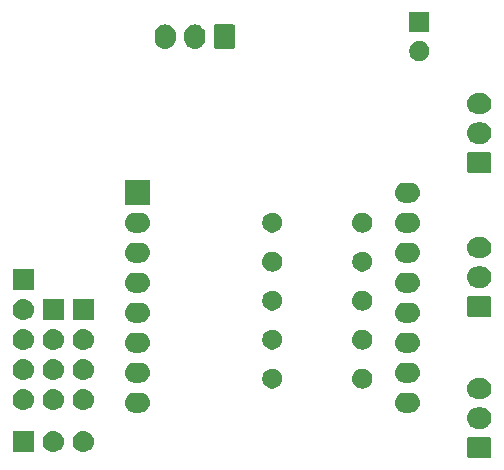
<source format=gbs>
G04 #@! TF.GenerationSoftware,KiCad,Pcbnew,5.1.4-e60b266~84~ubuntu18.04.1*
G04 #@! TF.CreationDate,2019-09-03T20:05:05+02:00*
G04 #@! TF.ProjectId,multisensor,6d756c74-6973-4656-9e73-6f722e6b6963,rev?*
G04 #@! TF.SameCoordinates,Original*
G04 #@! TF.FileFunction,Soldermask,Bot*
G04 #@! TF.FilePolarity,Negative*
%FSLAX46Y46*%
G04 Gerber Fmt 4.6, Leading zero omitted, Abs format (unit mm)*
G04 Created by KiCad (PCBNEW 5.1.4-e60b266~84~ubuntu18.04.1) date 2019-09-03 20:05:05*
%MOMM*%
%LPD*%
G04 APERTURE LIST*
%ADD10C,0.100000*%
G04 APERTURE END LIST*
D10*
G36*
X83179600Y-70222989D02*
G01*
X83212652Y-70233015D01*
X83243103Y-70249292D01*
X83269799Y-70271201D01*
X83291708Y-70297897D01*
X83307985Y-70328348D01*
X83318011Y-70361400D01*
X83322000Y-70401903D01*
X83322000Y-71838097D01*
X83318011Y-71878600D01*
X83307985Y-71911652D01*
X83291708Y-71942103D01*
X83269799Y-71968799D01*
X83243103Y-71990708D01*
X83212652Y-72006985D01*
X83179600Y-72017011D01*
X83139097Y-72021000D01*
X81452903Y-72021000D01*
X81412400Y-72017011D01*
X81379348Y-72006985D01*
X81348897Y-71990708D01*
X81322201Y-71968799D01*
X81300292Y-71942103D01*
X81284015Y-71911652D01*
X81273989Y-71878600D01*
X81270000Y-71838097D01*
X81270000Y-70401903D01*
X81273989Y-70361400D01*
X81284015Y-70328348D01*
X81300292Y-70297897D01*
X81322201Y-70271201D01*
X81348897Y-70249292D01*
X81379348Y-70233015D01*
X81412400Y-70222989D01*
X81452903Y-70219000D01*
X83139097Y-70219000D01*
X83179600Y-70222989D01*
X83179600Y-70222989D01*
G37*
G36*
X48878442Y-69717518D02*
G01*
X48944627Y-69724037D01*
X49114466Y-69775557D01*
X49270991Y-69859222D01*
X49306729Y-69888552D01*
X49408186Y-69971814D01*
X49491448Y-70073271D01*
X49520778Y-70109009D01*
X49604443Y-70265534D01*
X49655963Y-70435373D01*
X49673359Y-70612000D01*
X49655963Y-70788627D01*
X49604443Y-70958466D01*
X49520778Y-71114991D01*
X49491448Y-71150729D01*
X49408186Y-71252186D01*
X49306729Y-71335448D01*
X49270991Y-71364778D01*
X49114466Y-71448443D01*
X48944627Y-71499963D01*
X48878443Y-71506481D01*
X48812260Y-71513000D01*
X48723740Y-71513000D01*
X48657557Y-71506481D01*
X48591373Y-71499963D01*
X48421534Y-71448443D01*
X48265009Y-71364778D01*
X48229271Y-71335448D01*
X48127814Y-71252186D01*
X48044552Y-71150729D01*
X48015222Y-71114991D01*
X47931557Y-70958466D01*
X47880037Y-70788627D01*
X47862641Y-70612000D01*
X47880037Y-70435373D01*
X47931557Y-70265534D01*
X48015222Y-70109009D01*
X48044552Y-70073271D01*
X48127814Y-69971814D01*
X48229271Y-69888552D01*
X48265009Y-69859222D01*
X48421534Y-69775557D01*
X48591373Y-69724037D01*
X48657558Y-69717518D01*
X48723740Y-69711000D01*
X48812260Y-69711000D01*
X48878442Y-69717518D01*
X48878442Y-69717518D01*
G37*
G36*
X44589000Y-71513000D02*
G01*
X42787000Y-71513000D01*
X42787000Y-69711000D01*
X44589000Y-69711000D01*
X44589000Y-71513000D01*
X44589000Y-71513000D01*
G37*
G36*
X46338442Y-69717518D02*
G01*
X46404627Y-69724037D01*
X46574466Y-69775557D01*
X46730991Y-69859222D01*
X46766729Y-69888552D01*
X46868186Y-69971814D01*
X46951448Y-70073271D01*
X46980778Y-70109009D01*
X47064443Y-70265534D01*
X47115963Y-70435373D01*
X47133359Y-70612000D01*
X47115963Y-70788627D01*
X47064443Y-70958466D01*
X46980778Y-71114991D01*
X46951448Y-71150729D01*
X46868186Y-71252186D01*
X46766729Y-71335448D01*
X46730991Y-71364778D01*
X46574466Y-71448443D01*
X46404627Y-71499963D01*
X46338443Y-71506481D01*
X46272260Y-71513000D01*
X46183740Y-71513000D01*
X46117557Y-71506481D01*
X46051373Y-71499963D01*
X45881534Y-71448443D01*
X45725009Y-71364778D01*
X45689271Y-71335448D01*
X45587814Y-71252186D01*
X45504552Y-71150729D01*
X45475222Y-71114991D01*
X45391557Y-70958466D01*
X45340037Y-70788627D01*
X45322641Y-70612000D01*
X45340037Y-70435373D01*
X45391557Y-70265534D01*
X45475222Y-70109009D01*
X45504552Y-70073271D01*
X45587814Y-69971814D01*
X45689271Y-69888552D01*
X45725009Y-69859222D01*
X45881534Y-69775557D01*
X46051373Y-69724037D01*
X46117558Y-69717518D01*
X46183740Y-69711000D01*
X46272260Y-69711000D01*
X46338442Y-69717518D01*
X46338442Y-69717518D01*
G37*
G36*
X82531442Y-67725518D02*
G01*
X82597627Y-67732037D01*
X82767466Y-67783557D01*
X82923991Y-67867222D01*
X82954721Y-67892442D01*
X83061186Y-67979814D01*
X83144448Y-68081271D01*
X83173778Y-68117009D01*
X83257443Y-68273534D01*
X83308963Y-68443373D01*
X83326359Y-68620000D01*
X83308963Y-68796627D01*
X83257443Y-68966466D01*
X83173778Y-69122991D01*
X83144448Y-69158729D01*
X83061186Y-69260186D01*
X82959729Y-69343448D01*
X82923991Y-69372778D01*
X82767466Y-69456443D01*
X82597627Y-69507963D01*
X82531442Y-69514482D01*
X82465260Y-69521000D01*
X82126740Y-69521000D01*
X82060558Y-69514482D01*
X81994373Y-69507963D01*
X81824534Y-69456443D01*
X81668009Y-69372778D01*
X81632271Y-69343448D01*
X81530814Y-69260186D01*
X81447552Y-69158729D01*
X81418222Y-69122991D01*
X81334557Y-68966466D01*
X81283037Y-68796627D01*
X81265641Y-68620000D01*
X81283037Y-68443373D01*
X81334557Y-68273534D01*
X81418222Y-68117009D01*
X81447552Y-68081271D01*
X81530814Y-67979814D01*
X81637279Y-67892442D01*
X81668009Y-67867222D01*
X81824534Y-67783557D01*
X81994373Y-67732037D01*
X82060558Y-67725518D01*
X82126740Y-67719000D01*
X82465260Y-67719000D01*
X82531442Y-67725518D01*
X82531442Y-67725518D01*
G37*
G36*
X53706823Y-66471313D02*
G01*
X53867242Y-66519976D01*
X53999906Y-66590886D01*
X54015078Y-66598996D01*
X54144659Y-66705341D01*
X54251004Y-66834922D01*
X54251005Y-66834924D01*
X54330024Y-66982758D01*
X54378687Y-67143177D01*
X54395117Y-67310000D01*
X54378687Y-67476823D01*
X54330024Y-67637242D01*
X54286323Y-67719000D01*
X54251004Y-67785078D01*
X54144659Y-67914659D01*
X54015078Y-68021004D01*
X54015076Y-68021005D01*
X53867242Y-68100024D01*
X53706823Y-68148687D01*
X53581804Y-68161000D01*
X53098196Y-68161000D01*
X52973177Y-68148687D01*
X52812758Y-68100024D01*
X52664924Y-68021005D01*
X52664922Y-68021004D01*
X52535341Y-67914659D01*
X52428996Y-67785078D01*
X52393677Y-67719000D01*
X52349976Y-67637242D01*
X52301313Y-67476823D01*
X52284883Y-67310000D01*
X52301313Y-67143177D01*
X52349976Y-66982758D01*
X52428995Y-66834924D01*
X52428996Y-66834922D01*
X52535341Y-66705341D01*
X52664922Y-66598996D01*
X52680094Y-66590886D01*
X52812758Y-66519976D01*
X52973177Y-66471313D01*
X53098196Y-66459000D01*
X53581804Y-66459000D01*
X53706823Y-66471313D01*
X53706823Y-66471313D01*
G37*
G36*
X76566823Y-66471313D02*
G01*
X76727242Y-66519976D01*
X76859906Y-66590886D01*
X76875078Y-66598996D01*
X77004659Y-66705341D01*
X77111004Y-66834922D01*
X77111005Y-66834924D01*
X77190024Y-66982758D01*
X77238687Y-67143177D01*
X77255117Y-67310000D01*
X77238687Y-67476823D01*
X77190024Y-67637242D01*
X77146323Y-67719000D01*
X77111004Y-67785078D01*
X77004659Y-67914659D01*
X76875078Y-68021004D01*
X76875076Y-68021005D01*
X76727242Y-68100024D01*
X76566823Y-68148687D01*
X76441804Y-68161000D01*
X75958196Y-68161000D01*
X75833177Y-68148687D01*
X75672758Y-68100024D01*
X75524924Y-68021005D01*
X75524922Y-68021004D01*
X75395341Y-67914659D01*
X75288996Y-67785078D01*
X75253677Y-67719000D01*
X75209976Y-67637242D01*
X75161313Y-67476823D01*
X75144883Y-67310000D01*
X75161313Y-67143177D01*
X75209976Y-66982758D01*
X75288995Y-66834924D01*
X75288996Y-66834922D01*
X75395341Y-66705341D01*
X75524922Y-66598996D01*
X75540094Y-66590886D01*
X75672758Y-66519976D01*
X75833177Y-66471313D01*
X75958196Y-66459000D01*
X76441804Y-66459000D01*
X76566823Y-66471313D01*
X76566823Y-66471313D01*
G37*
G36*
X48878442Y-66161518D02*
G01*
X48944627Y-66168037D01*
X49114466Y-66219557D01*
X49270991Y-66303222D01*
X49306729Y-66332552D01*
X49408186Y-66415814D01*
X49491448Y-66517271D01*
X49520778Y-66553009D01*
X49604443Y-66709534D01*
X49655963Y-66879373D01*
X49673359Y-67056000D01*
X49655963Y-67232627D01*
X49604443Y-67402466D01*
X49520778Y-67558991D01*
X49491448Y-67594729D01*
X49408186Y-67696186D01*
X49306729Y-67779448D01*
X49270991Y-67808778D01*
X49114466Y-67892443D01*
X48944627Y-67943963D01*
X48878442Y-67950482D01*
X48812260Y-67957000D01*
X48723740Y-67957000D01*
X48657558Y-67950482D01*
X48591373Y-67943963D01*
X48421534Y-67892443D01*
X48265009Y-67808778D01*
X48229271Y-67779448D01*
X48127814Y-67696186D01*
X48044552Y-67594729D01*
X48015222Y-67558991D01*
X47931557Y-67402466D01*
X47880037Y-67232627D01*
X47862641Y-67056000D01*
X47880037Y-66879373D01*
X47931557Y-66709534D01*
X48015222Y-66553009D01*
X48044552Y-66517271D01*
X48127814Y-66415814D01*
X48229271Y-66332552D01*
X48265009Y-66303222D01*
X48421534Y-66219557D01*
X48591373Y-66168037D01*
X48657558Y-66161518D01*
X48723740Y-66155000D01*
X48812260Y-66155000D01*
X48878442Y-66161518D01*
X48878442Y-66161518D01*
G37*
G36*
X43798442Y-66161518D02*
G01*
X43864627Y-66168037D01*
X44034466Y-66219557D01*
X44190991Y-66303222D01*
X44226729Y-66332552D01*
X44328186Y-66415814D01*
X44411448Y-66517271D01*
X44440778Y-66553009D01*
X44524443Y-66709534D01*
X44575963Y-66879373D01*
X44593359Y-67056000D01*
X44575963Y-67232627D01*
X44524443Y-67402466D01*
X44440778Y-67558991D01*
X44411448Y-67594729D01*
X44328186Y-67696186D01*
X44226729Y-67779448D01*
X44190991Y-67808778D01*
X44034466Y-67892443D01*
X43864627Y-67943963D01*
X43798442Y-67950482D01*
X43732260Y-67957000D01*
X43643740Y-67957000D01*
X43577558Y-67950482D01*
X43511373Y-67943963D01*
X43341534Y-67892443D01*
X43185009Y-67808778D01*
X43149271Y-67779448D01*
X43047814Y-67696186D01*
X42964552Y-67594729D01*
X42935222Y-67558991D01*
X42851557Y-67402466D01*
X42800037Y-67232627D01*
X42782641Y-67056000D01*
X42800037Y-66879373D01*
X42851557Y-66709534D01*
X42935222Y-66553009D01*
X42964552Y-66517271D01*
X43047814Y-66415814D01*
X43149271Y-66332552D01*
X43185009Y-66303222D01*
X43341534Y-66219557D01*
X43511373Y-66168037D01*
X43577558Y-66161518D01*
X43643740Y-66155000D01*
X43732260Y-66155000D01*
X43798442Y-66161518D01*
X43798442Y-66161518D01*
G37*
G36*
X46338442Y-66161518D02*
G01*
X46404627Y-66168037D01*
X46574466Y-66219557D01*
X46730991Y-66303222D01*
X46766729Y-66332552D01*
X46868186Y-66415814D01*
X46951448Y-66517271D01*
X46980778Y-66553009D01*
X47064443Y-66709534D01*
X47115963Y-66879373D01*
X47133359Y-67056000D01*
X47115963Y-67232627D01*
X47064443Y-67402466D01*
X46980778Y-67558991D01*
X46951448Y-67594729D01*
X46868186Y-67696186D01*
X46766729Y-67779448D01*
X46730991Y-67808778D01*
X46574466Y-67892443D01*
X46404627Y-67943963D01*
X46338442Y-67950482D01*
X46272260Y-67957000D01*
X46183740Y-67957000D01*
X46117558Y-67950482D01*
X46051373Y-67943963D01*
X45881534Y-67892443D01*
X45725009Y-67808778D01*
X45689271Y-67779448D01*
X45587814Y-67696186D01*
X45504552Y-67594729D01*
X45475222Y-67558991D01*
X45391557Y-67402466D01*
X45340037Y-67232627D01*
X45322641Y-67056000D01*
X45340037Y-66879373D01*
X45391557Y-66709534D01*
X45475222Y-66553009D01*
X45504552Y-66517271D01*
X45587814Y-66415814D01*
X45689271Y-66332552D01*
X45725009Y-66303222D01*
X45881534Y-66219557D01*
X46051373Y-66168037D01*
X46117558Y-66161518D01*
X46183740Y-66155000D01*
X46272260Y-66155000D01*
X46338442Y-66161518D01*
X46338442Y-66161518D01*
G37*
G36*
X82531442Y-65225518D02*
G01*
X82597627Y-65232037D01*
X82767466Y-65283557D01*
X82923991Y-65367222D01*
X82959729Y-65396552D01*
X83061186Y-65479814D01*
X83127012Y-65560025D01*
X83173778Y-65617009D01*
X83257443Y-65773534D01*
X83308963Y-65943373D01*
X83326359Y-66120000D01*
X83308963Y-66296627D01*
X83257443Y-66466466D01*
X83173778Y-66622991D01*
X83144448Y-66658729D01*
X83061186Y-66760186D01*
X82970116Y-66834924D01*
X82923991Y-66872778D01*
X82767466Y-66956443D01*
X82597627Y-67007963D01*
X82531443Y-67014481D01*
X82465260Y-67021000D01*
X82126740Y-67021000D01*
X82060557Y-67014481D01*
X81994373Y-67007963D01*
X81824534Y-66956443D01*
X81668009Y-66872778D01*
X81621884Y-66834924D01*
X81530814Y-66760186D01*
X81447552Y-66658729D01*
X81418222Y-66622991D01*
X81334557Y-66466466D01*
X81283037Y-66296627D01*
X81265641Y-66120000D01*
X81283037Y-65943373D01*
X81334557Y-65773534D01*
X81418222Y-65617009D01*
X81464988Y-65560025D01*
X81530814Y-65479814D01*
X81632271Y-65396552D01*
X81668009Y-65367222D01*
X81824534Y-65283557D01*
X81994373Y-65232037D01*
X82060558Y-65225518D01*
X82126740Y-65219000D01*
X82465260Y-65219000D01*
X82531442Y-65225518D01*
X82531442Y-65225518D01*
G37*
G36*
X65018228Y-64459703D02*
G01*
X65173100Y-64523853D01*
X65312481Y-64616985D01*
X65431015Y-64735519D01*
X65524147Y-64874900D01*
X65588297Y-65029772D01*
X65621000Y-65194184D01*
X65621000Y-65361816D01*
X65588297Y-65526228D01*
X65524147Y-65681100D01*
X65431015Y-65820481D01*
X65312481Y-65939015D01*
X65173100Y-66032147D01*
X65018228Y-66096297D01*
X64853816Y-66129000D01*
X64686184Y-66129000D01*
X64521772Y-66096297D01*
X64366900Y-66032147D01*
X64227519Y-65939015D01*
X64108985Y-65820481D01*
X64015853Y-65681100D01*
X63951703Y-65526228D01*
X63919000Y-65361816D01*
X63919000Y-65194184D01*
X63951703Y-65029772D01*
X64015853Y-64874900D01*
X64108985Y-64735519D01*
X64227519Y-64616985D01*
X64366900Y-64523853D01*
X64521772Y-64459703D01*
X64686184Y-64427000D01*
X64853816Y-64427000D01*
X65018228Y-64459703D01*
X65018228Y-64459703D01*
G37*
G36*
X72556823Y-64439313D02*
G01*
X72717242Y-64487976D01*
X72784361Y-64523852D01*
X72865078Y-64566996D01*
X72994659Y-64673341D01*
X73101004Y-64802922D01*
X73101005Y-64802924D01*
X73180024Y-64950758D01*
X73228687Y-65111177D01*
X73245117Y-65278000D01*
X73228687Y-65444823D01*
X73180024Y-65605242D01*
X73139477Y-65681100D01*
X73101004Y-65753078D01*
X72994659Y-65882659D01*
X72865078Y-65989004D01*
X72865076Y-65989005D01*
X72717242Y-66068024D01*
X72556823Y-66116687D01*
X72431804Y-66129000D01*
X72348196Y-66129000D01*
X72223177Y-66116687D01*
X72062758Y-66068024D01*
X71914924Y-65989005D01*
X71914922Y-65989004D01*
X71785341Y-65882659D01*
X71678996Y-65753078D01*
X71640523Y-65681100D01*
X71599976Y-65605242D01*
X71551313Y-65444823D01*
X71534883Y-65278000D01*
X71551313Y-65111177D01*
X71599976Y-64950758D01*
X71678995Y-64802924D01*
X71678996Y-64802922D01*
X71785341Y-64673341D01*
X71914922Y-64566996D01*
X71995639Y-64523852D01*
X72062758Y-64487976D01*
X72223177Y-64439313D01*
X72348196Y-64427000D01*
X72431804Y-64427000D01*
X72556823Y-64439313D01*
X72556823Y-64439313D01*
G37*
G36*
X53706823Y-63931313D02*
G01*
X53867242Y-63979976D01*
X53999906Y-64050886D01*
X54015078Y-64058996D01*
X54144659Y-64165341D01*
X54251004Y-64294922D01*
X54251005Y-64294924D01*
X54330024Y-64442758D01*
X54378687Y-64603177D01*
X54395117Y-64770000D01*
X54378687Y-64936823D01*
X54330024Y-65097242D01*
X54278207Y-65194184D01*
X54251004Y-65245078D01*
X54144659Y-65374659D01*
X54015078Y-65481004D01*
X54015076Y-65481005D01*
X53867242Y-65560024D01*
X53706823Y-65608687D01*
X53581804Y-65621000D01*
X53098196Y-65621000D01*
X52973177Y-65608687D01*
X52812758Y-65560024D01*
X52664924Y-65481005D01*
X52664922Y-65481004D01*
X52535341Y-65374659D01*
X52428996Y-65245078D01*
X52401793Y-65194184D01*
X52349976Y-65097242D01*
X52301313Y-64936823D01*
X52284883Y-64770000D01*
X52301313Y-64603177D01*
X52349976Y-64442758D01*
X52428995Y-64294924D01*
X52428996Y-64294922D01*
X52535341Y-64165341D01*
X52664922Y-64058996D01*
X52680094Y-64050886D01*
X52812758Y-63979976D01*
X52973177Y-63931313D01*
X53098196Y-63919000D01*
X53581804Y-63919000D01*
X53706823Y-63931313D01*
X53706823Y-63931313D01*
G37*
G36*
X76566823Y-63931313D02*
G01*
X76727242Y-63979976D01*
X76859906Y-64050886D01*
X76875078Y-64058996D01*
X77004659Y-64165341D01*
X77111004Y-64294922D01*
X77111005Y-64294924D01*
X77190024Y-64442758D01*
X77238687Y-64603177D01*
X77255117Y-64770000D01*
X77238687Y-64936823D01*
X77190024Y-65097242D01*
X77138207Y-65194184D01*
X77111004Y-65245078D01*
X77004659Y-65374659D01*
X76875078Y-65481004D01*
X76875076Y-65481005D01*
X76727242Y-65560024D01*
X76566823Y-65608687D01*
X76441804Y-65621000D01*
X75958196Y-65621000D01*
X75833177Y-65608687D01*
X75672758Y-65560024D01*
X75524924Y-65481005D01*
X75524922Y-65481004D01*
X75395341Y-65374659D01*
X75288996Y-65245078D01*
X75261793Y-65194184D01*
X75209976Y-65097242D01*
X75161313Y-64936823D01*
X75144883Y-64770000D01*
X75161313Y-64603177D01*
X75209976Y-64442758D01*
X75288995Y-64294924D01*
X75288996Y-64294922D01*
X75395341Y-64165341D01*
X75524922Y-64058996D01*
X75540094Y-64050886D01*
X75672758Y-63979976D01*
X75833177Y-63931313D01*
X75958196Y-63919000D01*
X76441804Y-63919000D01*
X76566823Y-63931313D01*
X76566823Y-63931313D01*
G37*
G36*
X48878443Y-63621519D02*
G01*
X48944627Y-63628037D01*
X49114466Y-63679557D01*
X49270991Y-63763222D01*
X49306729Y-63792552D01*
X49408186Y-63875814D01*
X49491448Y-63977271D01*
X49520778Y-64013009D01*
X49604443Y-64169534D01*
X49655963Y-64339373D01*
X49673359Y-64516000D01*
X49655963Y-64692627D01*
X49604443Y-64862466D01*
X49520778Y-65018991D01*
X49511931Y-65029771D01*
X49408186Y-65156186D01*
X49315760Y-65232037D01*
X49270991Y-65268778D01*
X49114466Y-65352443D01*
X48944627Y-65403963D01*
X48878443Y-65410481D01*
X48812260Y-65417000D01*
X48723740Y-65417000D01*
X48657557Y-65410481D01*
X48591373Y-65403963D01*
X48421534Y-65352443D01*
X48265009Y-65268778D01*
X48220240Y-65232037D01*
X48127814Y-65156186D01*
X48024069Y-65029771D01*
X48015222Y-65018991D01*
X47931557Y-64862466D01*
X47880037Y-64692627D01*
X47862641Y-64516000D01*
X47880037Y-64339373D01*
X47931557Y-64169534D01*
X48015222Y-64013009D01*
X48044552Y-63977271D01*
X48127814Y-63875814D01*
X48229271Y-63792552D01*
X48265009Y-63763222D01*
X48421534Y-63679557D01*
X48591373Y-63628037D01*
X48657557Y-63621519D01*
X48723740Y-63615000D01*
X48812260Y-63615000D01*
X48878443Y-63621519D01*
X48878443Y-63621519D01*
G37*
G36*
X43798443Y-63621519D02*
G01*
X43864627Y-63628037D01*
X44034466Y-63679557D01*
X44190991Y-63763222D01*
X44226729Y-63792552D01*
X44328186Y-63875814D01*
X44411448Y-63977271D01*
X44440778Y-64013009D01*
X44524443Y-64169534D01*
X44575963Y-64339373D01*
X44593359Y-64516000D01*
X44575963Y-64692627D01*
X44524443Y-64862466D01*
X44440778Y-65018991D01*
X44431931Y-65029771D01*
X44328186Y-65156186D01*
X44235760Y-65232037D01*
X44190991Y-65268778D01*
X44034466Y-65352443D01*
X43864627Y-65403963D01*
X43798443Y-65410481D01*
X43732260Y-65417000D01*
X43643740Y-65417000D01*
X43577557Y-65410481D01*
X43511373Y-65403963D01*
X43341534Y-65352443D01*
X43185009Y-65268778D01*
X43140240Y-65232037D01*
X43047814Y-65156186D01*
X42944069Y-65029771D01*
X42935222Y-65018991D01*
X42851557Y-64862466D01*
X42800037Y-64692627D01*
X42782641Y-64516000D01*
X42800037Y-64339373D01*
X42851557Y-64169534D01*
X42935222Y-64013009D01*
X42964552Y-63977271D01*
X43047814Y-63875814D01*
X43149271Y-63792552D01*
X43185009Y-63763222D01*
X43341534Y-63679557D01*
X43511373Y-63628037D01*
X43577557Y-63621519D01*
X43643740Y-63615000D01*
X43732260Y-63615000D01*
X43798443Y-63621519D01*
X43798443Y-63621519D01*
G37*
G36*
X46338443Y-63621519D02*
G01*
X46404627Y-63628037D01*
X46574466Y-63679557D01*
X46730991Y-63763222D01*
X46766729Y-63792552D01*
X46868186Y-63875814D01*
X46951448Y-63977271D01*
X46980778Y-64013009D01*
X47064443Y-64169534D01*
X47115963Y-64339373D01*
X47133359Y-64516000D01*
X47115963Y-64692627D01*
X47064443Y-64862466D01*
X46980778Y-65018991D01*
X46971931Y-65029771D01*
X46868186Y-65156186D01*
X46775760Y-65232037D01*
X46730991Y-65268778D01*
X46574466Y-65352443D01*
X46404627Y-65403963D01*
X46338443Y-65410481D01*
X46272260Y-65417000D01*
X46183740Y-65417000D01*
X46117557Y-65410481D01*
X46051373Y-65403963D01*
X45881534Y-65352443D01*
X45725009Y-65268778D01*
X45680240Y-65232037D01*
X45587814Y-65156186D01*
X45484069Y-65029771D01*
X45475222Y-65018991D01*
X45391557Y-64862466D01*
X45340037Y-64692627D01*
X45322641Y-64516000D01*
X45340037Y-64339373D01*
X45391557Y-64169534D01*
X45475222Y-64013009D01*
X45504552Y-63977271D01*
X45587814Y-63875814D01*
X45689271Y-63792552D01*
X45725009Y-63763222D01*
X45881534Y-63679557D01*
X46051373Y-63628037D01*
X46117557Y-63621519D01*
X46183740Y-63615000D01*
X46272260Y-63615000D01*
X46338443Y-63621519D01*
X46338443Y-63621519D01*
G37*
G36*
X76566823Y-61391313D02*
G01*
X76727242Y-61439976D01*
X76859906Y-61510886D01*
X76875078Y-61518996D01*
X77004659Y-61625341D01*
X77111004Y-61754922D01*
X77111005Y-61754924D01*
X77190024Y-61902758D01*
X77238687Y-62063177D01*
X77255117Y-62230000D01*
X77238687Y-62396823D01*
X77190024Y-62557242D01*
X77147384Y-62637015D01*
X77111004Y-62705078D01*
X77004659Y-62834659D01*
X76875078Y-62941004D01*
X76875076Y-62941005D01*
X76727242Y-63020024D01*
X76566823Y-63068687D01*
X76441804Y-63081000D01*
X75958196Y-63081000D01*
X75833177Y-63068687D01*
X75672758Y-63020024D01*
X75524924Y-62941005D01*
X75524922Y-62941004D01*
X75395341Y-62834659D01*
X75288996Y-62705078D01*
X75252616Y-62637015D01*
X75209976Y-62557242D01*
X75161313Y-62396823D01*
X75144883Y-62230000D01*
X75161313Y-62063177D01*
X75209976Y-61902758D01*
X75288995Y-61754924D01*
X75288996Y-61754922D01*
X75395341Y-61625341D01*
X75524922Y-61518996D01*
X75540094Y-61510886D01*
X75672758Y-61439976D01*
X75833177Y-61391313D01*
X75958196Y-61379000D01*
X76441804Y-61379000D01*
X76566823Y-61391313D01*
X76566823Y-61391313D01*
G37*
G36*
X53706823Y-61391313D02*
G01*
X53867242Y-61439976D01*
X53999906Y-61510886D01*
X54015078Y-61518996D01*
X54144659Y-61625341D01*
X54251004Y-61754922D01*
X54251005Y-61754924D01*
X54330024Y-61902758D01*
X54378687Y-62063177D01*
X54395117Y-62230000D01*
X54378687Y-62396823D01*
X54330024Y-62557242D01*
X54287384Y-62637015D01*
X54251004Y-62705078D01*
X54144659Y-62834659D01*
X54015078Y-62941004D01*
X54015076Y-62941005D01*
X53867242Y-63020024D01*
X53706823Y-63068687D01*
X53581804Y-63081000D01*
X53098196Y-63081000D01*
X52973177Y-63068687D01*
X52812758Y-63020024D01*
X52664924Y-62941005D01*
X52664922Y-62941004D01*
X52535341Y-62834659D01*
X52428996Y-62705078D01*
X52392616Y-62637015D01*
X52349976Y-62557242D01*
X52301313Y-62396823D01*
X52284883Y-62230000D01*
X52301313Y-62063177D01*
X52349976Y-61902758D01*
X52428995Y-61754924D01*
X52428996Y-61754922D01*
X52535341Y-61625341D01*
X52664922Y-61518996D01*
X52680094Y-61510886D01*
X52812758Y-61439976D01*
X52973177Y-61391313D01*
X53098196Y-61379000D01*
X53581804Y-61379000D01*
X53706823Y-61391313D01*
X53706823Y-61391313D01*
G37*
G36*
X46338442Y-61081518D02*
G01*
X46404627Y-61088037D01*
X46574466Y-61139557D01*
X46730991Y-61223222D01*
X46766729Y-61252552D01*
X46868186Y-61335814D01*
X46948369Y-61433519D01*
X46980778Y-61473009D01*
X47064443Y-61629534D01*
X47115963Y-61799373D01*
X47133359Y-61976000D01*
X47115963Y-62152627D01*
X47064443Y-62322466D01*
X46980778Y-62478991D01*
X46951448Y-62514729D01*
X46868186Y-62616186D01*
X46766729Y-62699448D01*
X46730991Y-62728778D01*
X46574466Y-62812443D01*
X46404627Y-62863963D01*
X46338443Y-62870481D01*
X46272260Y-62877000D01*
X46183740Y-62877000D01*
X46117557Y-62870481D01*
X46051373Y-62863963D01*
X45881534Y-62812443D01*
X45725009Y-62728778D01*
X45689271Y-62699448D01*
X45587814Y-62616186D01*
X45504552Y-62514729D01*
X45475222Y-62478991D01*
X45391557Y-62322466D01*
X45340037Y-62152627D01*
X45322641Y-61976000D01*
X45340037Y-61799373D01*
X45391557Y-61629534D01*
X45475222Y-61473009D01*
X45507631Y-61433519D01*
X45587814Y-61335814D01*
X45689271Y-61252552D01*
X45725009Y-61223222D01*
X45881534Y-61139557D01*
X46051373Y-61088037D01*
X46117558Y-61081518D01*
X46183740Y-61075000D01*
X46272260Y-61075000D01*
X46338442Y-61081518D01*
X46338442Y-61081518D01*
G37*
G36*
X48878442Y-61081518D02*
G01*
X48944627Y-61088037D01*
X49114466Y-61139557D01*
X49270991Y-61223222D01*
X49306729Y-61252552D01*
X49408186Y-61335814D01*
X49488369Y-61433519D01*
X49520778Y-61473009D01*
X49604443Y-61629534D01*
X49655963Y-61799373D01*
X49673359Y-61976000D01*
X49655963Y-62152627D01*
X49604443Y-62322466D01*
X49520778Y-62478991D01*
X49491448Y-62514729D01*
X49408186Y-62616186D01*
X49306729Y-62699448D01*
X49270991Y-62728778D01*
X49114466Y-62812443D01*
X48944627Y-62863963D01*
X48878443Y-62870481D01*
X48812260Y-62877000D01*
X48723740Y-62877000D01*
X48657557Y-62870481D01*
X48591373Y-62863963D01*
X48421534Y-62812443D01*
X48265009Y-62728778D01*
X48229271Y-62699448D01*
X48127814Y-62616186D01*
X48044552Y-62514729D01*
X48015222Y-62478991D01*
X47931557Y-62322466D01*
X47880037Y-62152627D01*
X47862641Y-61976000D01*
X47880037Y-61799373D01*
X47931557Y-61629534D01*
X48015222Y-61473009D01*
X48047631Y-61433519D01*
X48127814Y-61335814D01*
X48229271Y-61252552D01*
X48265009Y-61223222D01*
X48421534Y-61139557D01*
X48591373Y-61088037D01*
X48657558Y-61081518D01*
X48723740Y-61075000D01*
X48812260Y-61075000D01*
X48878442Y-61081518D01*
X48878442Y-61081518D01*
G37*
G36*
X43798442Y-61081518D02*
G01*
X43864627Y-61088037D01*
X44034466Y-61139557D01*
X44190991Y-61223222D01*
X44226729Y-61252552D01*
X44328186Y-61335814D01*
X44408369Y-61433519D01*
X44440778Y-61473009D01*
X44524443Y-61629534D01*
X44575963Y-61799373D01*
X44593359Y-61976000D01*
X44575963Y-62152627D01*
X44524443Y-62322466D01*
X44440778Y-62478991D01*
X44411448Y-62514729D01*
X44328186Y-62616186D01*
X44226729Y-62699448D01*
X44190991Y-62728778D01*
X44034466Y-62812443D01*
X43864627Y-62863963D01*
X43798443Y-62870481D01*
X43732260Y-62877000D01*
X43643740Y-62877000D01*
X43577557Y-62870481D01*
X43511373Y-62863963D01*
X43341534Y-62812443D01*
X43185009Y-62728778D01*
X43149271Y-62699448D01*
X43047814Y-62616186D01*
X42964552Y-62514729D01*
X42935222Y-62478991D01*
X42851557Y-62322466D01*
X42800037Y-62152627D01*
X42782641Y-61976000D01*
X42800037Y-61799373D01*
X42851557Y-61629534D01*
X42935222Y-61473009D01*
X42967631Y-61433519D01*
X43047814Y-61335814D01*
X43149271Y-61252552D01*
X43185009Y-61223222D01*
X43341534Y-61139557D01*
X43511373Y-61088037D01*
X43577558Y-61081518D01*
X43643740Y-61075000D01*
X43732260Y-61075000D01*
X43798442Y-61081518D01*
X43798442Y-61081518D01*
G37*
G36*
X72556823Y-61137313D02*
G01*
X72717242Y-61185976D01*
X72784361Y-61221852D01*
X72865078Y-61264996D01*
X72994659Y-61371341D01*
X73101004Y-61500922D01*
X73101005Y-61500924D01*
X73180024Y-61648758D01*
X73228687Y-61809177D01*
X73245117Y-61976000D01*
X73228687Y-62142823D01*
X73180024Y-62303242D01*
X73139477Y-62379100D01*
X73101004Y-62451078D01*
X72994659Y-62580659D01*
X72865078Y-62687004D01*
X72865076Y-62687005D01*
X72717242Y-62766024D01*
X72556823Y-62814687D01*
X72431804Y-62827000D01*
X72348196Y-62827000D01*
X72223177Y-62814687D01*
X72062758Y-62766024D01*
X71914924Y-62687005D01*
X71914922Y-62687004D01*
X71785341Y-62580659D01*
X71678996Y-62451078D01*
X71640523Y-62379100D01*
X71599976Y-62303242D01*
X71551313Y-62142823D01*
X71534883Y-61976000D01*
X71551313Y-61809177D01*
X71599976Y-61648758D01*
X71678995Y-61500924D01*
X71678996Y-61500922D01*
X71785341Y-61371341D01*
X71914922Y-61264996D01*
X71995639Y-61221852D01*
X72062758Y-61185976D01*
X72223177Y-61137313D01*
X72348196Y-61125000D01*
X72431804Y-61125000D01*
X72556823Y-61137313D01*
X72556823Y-61137313D01*
G37*
G36*
X65018228Y-61157703D02*
G01*
X65173100Y-61221853D01*
X65312481Y-61314985D01*
X65431015Y-61433519D01*
X65524147Y-61572900D01*
X65588297Y-61727772D01*
X65621000Y-61892184D01*
X65621000Y-62059816D01*
X65588297Y-62224228D01*
X65524147Y-62379100D01*
X65431015Y-62518481D01*
X65312481Y-62637015D01*
X65173100Y-62730147D01*
X65018228Y-62794297D01*
X64853816Y-62827000D01*
X64686184Y-62827000D01*
X64521772Y-62794297D01*
X64366900Y-62730147D01*
X64227519Y-62637015D01*
X64108985Y-62518481D01*
X64015853Y-62379100D01*
X63951703Y-62224228D01*
X63919000Y-62059816D01*
X63919000Y-61892184D01*
X63951703Y-61727772D01*
X64015853Y-61572900D01*
X64108985Y-61433519D01*
X64227519Y-61314985D01*
X64366900Y-61221853D01*
X64521772Y-61157703D01*
X64686184Y-61125000D01*
X64853816Y-61125000D01*
X65018228Y-61157703D01*
X65018228Y-61157703D01*
G37*
G36*
X76566823Y-58851313D02*
G01*
X76727242Y-58899976D01*
X76859906Y-58970886D01*
X76875078Y-58978996D01*
X77004659Y-59085341D01*
X77111004Y-59214922D01*
X77111005Y-59214924D01*
X77190024Y-59362758D01*
X77238687Y-59523177D01*
X77255117Y-59690000D01*
X77238687Y-59856823D01*
X77190024Y-60017242D01*
X77119114Y-60149906D01*
X77111004Y-60165078D01*
X77004659Y-60294659D01*
X76875078Y-60401004D01*
X76875076Y-60401005D01*
X76727242Y-60480024D01*
X76566823Y-60528687D01*
X76441804Y-60541000D01*
X75958196Y-60541000D01*
X75833177Y-60528687D01*
X75672758Y-60480024D01*
X75524924Y-60401005D01*
X75524922Y-60401004D01*
X75395341Y-60294659D01*
X75288996Y-60165078D01*
X75280886Y-60149906D01*
X75209976Y-60017242D01*
X75161313Y-59856823D01*
X75144883Y-59690000D01*
X75161313Y-59523177D01*
X75209976Y-59362758D01*
X75288995Y-59214924D01*
X75288996Y-59214922D01*
X75395341Y-59085341D01*
X75524922Y-58978996D01*
X75540094Y-58970886D01*
X75672758Y-58899976D01*
X75833177Y-58851313D01*
X75958196Y-58839000D01*
X76441804Y-58839000D01*
X76566823Y-58851313D01*
X76566823Y-58851313D01*
G37*
G36*
X53706823Y-58851313D02*
G01*
X53867242Y-58899976D01*
X53999906Y-58970886D01*
X54015078Y-58978996D01*
X54144659Y-59085341D01*
X54251004Y-59214922D01*
X54251005Y-59214924D01*
X54330024Y-59362758D01*
X54378687Y-59523177D01*
X54395117Y-59690000D01*
X54378687Y-59856823D01*
X54330024Y-60017242D01*
X54259114Y-60149906D01*
X54251004Y-60165078D01*
X54144659Y-60294659D01*
X54015078Y-60401004D01*
X54015076Y-60401005D01*
X53867242Y-60480024D01*
X53706823Y-60528687D01*
X53581804Y-60541000D01*
X53098196Y-60541000D01*
X52973177Y-60528687D01*
X52812758Y-60480024D01*
X52664924Y-60401005D01*
X52664922Y-60401004D01*
X52535341Y-60294659D01*
X52428996Y-60165078D01*
X52420886Y-60149906D01*
X52349976Y-60017242D01*
X52301313Y-59856823D01*
X52284883Y-59690000D01*
X52301313Y-59523177D01*
X52349976Y-59362758D01*
X52428995Y-59214924D01*
X52428996Y-59214922D01*
X52535341Y-59085341D01*
X52664922Y-58978996D01*
X52680094Y-58970886D01*
X52812758Y-58899976D01*
X52973177Y-58851313D01*
X53098196Y-58839000D01*
X53581804Y-58839000D01*
X53706823Y-58851313D01*
X53706823Y-58851313D01*
G37*
G36*
X47129000Y-60337000D02*
G01*
X45327000Y-60337000D01*
X45327000Y-58535000D01*
X47129000Y-58535000D01*
X47129000Y-60337000D01*
X47129000Y-60337000D01*
G37*
G36*
X49669000Y-60337000D02*
G01*
X47867000Y-60337000D01*
X47867000Y-58535000D01*
X49669000Y-58535000D01*
X49669000Y-60337000D01*
X49669000Y-60337000D01*
G37*
G36*
X43798443Y-58541519D02*
G01*
X43864627Y-58548037D01*
X44034466Y-58599557D01*
X44190991Y-58683222D01*
X44226729Y-58712552D01*
X44328186Y-58795814D01*
X44411448Y-58897271D01*
X44440778Y-58933009D01*
X44524443Y-59089534D01*
X44575963Y-59259373D01*
X44593359Y-59436000D01*
X44575963Y-59612627D01*
X44524443Y-59782466D01*
X44440778Y-59938991D01*
X44419247Y-59965226D01*
X44328186Y-60076186D01*
X44226729Y-60159448D01*
X44190991Y-60188778D01*
X44034466Y-60272443D01*
X43864627Y-60323963D01*
X43798442Y-60330482D01*
X43732260Y-60337000D01*
X43643740Y-60337000D01*
X43577558Y-60330482D01*
X43511373Y-60323963D01*
X43341534Y-60272443D01*
X43185009Y-60188778D01*
X43149271Y-60159448D01*
X43047814Y-60076186D01*
X42956753Y-59965226D01*
X42935222Y-59938991D01*
X42851557Y-59782466D01*
X42800037Y-59612627D01*
X42782641Y-59436000D01*
X42800037Y-59259373D01*
X42851557Y-59089534D01*
X42935222Y-58933009D01*
X42964552Y-58897271D01*
X43047814Y-58795814D01*
X43149271Y-58712552D01*
X43185009Y-58683222D01*
X43341534Y-58599557D01*
X43511373Y-58548037D01*
X43577557Y-58541519D01*
X43643740Y-58535000D01*
X43732260Y-58535000D01*
X43798443Y-58541519D01*
X43798443Y-58541519D01*
G37*
G36*
X83179600Y-58284989D02*
G01*
X83212652Y-58295015D01*
X83243103Y-58311292D01*
X83269799Y-58333201D01*
X83291708Y-58359897D01*
X83307985Y-58390348D01*
X83318011Y-58423400D01*
X83322000Y-58463903D01*
X83322000Y-59900097D01*
X83318011Y-59940600D01*
X83307985Y-59973652D01*
X83291708Y-60004103D01*
X83269799Y-60030799D01*
X83243103Y-60052708D01*
X83212652Y-60068985D01*
X83179600Y-60079011D01*
X83139097Y-60083000D01*
X81452903Y-60083000D01*
X81412400Y-60079011D01*
X81379348Y-60068985D01*
X81348897Y-60052708D01*
X81322201Y-60030799D01*
X81300292Y-60004103D01*
X81284015Y-59973652D01*
X81273989Y-59940600D01*
X81270000Y-59900097D01*
X81270000Y-58463903D01*
X81273989Y-58423400D01*
X81284015Y-58390348D01*
X81300292Y-58359897D01*
X81322201Y-58333201D01*
X81348897Y-58311292D01*
X81379348Y-58295015D01*
X81412400Y-58284989D01*
X81452903Y-58281000D01*
X83139097Y-58281000D01*
X83179600Y-58284989D01*
X83179600Y-58284989D01*
G37*
G36*
X72556823Y-57835313D02*
G01*
X72717242Y-57883976D01*
X72784361Y-57919852D01*
X72865078Y-57962996D01*
X72994659Y-58069341D01*
X73101004Y-58198922D01*
X73101005Y-58198924D01*
X73180024Y-58346758D01*
X73228687Y-58507177D01*
X73245117Y-58674000D01*
X73228687Y-58840823D01*
X73180024Y-59001242D01*
X73139477Y-59077100D01*
X73101004Y-59149078D01*
X72994659Y-59278659D01*
X72865078Y-59385004D01*
X72865076Y-59385005D01*
X72717242Y-59464024D01*
X72556823Y-59512687D01*
X72431804Y-59525000D01*
X72348196Y-59525000D01*
X72223177Y-59512687D01*
X72062758Y-59464024D01*
X71914924Y-59385005D01*
X71914922Y-59385004D01*
X71785341Y-59278659D01*
X71678996Y-59149078D01*
X71640523Y-59077100D01*
X71599976Y-59001242D01*
X71551313Y-58840823D01*
X71534883Y-58674000D01*
X71551313Y-58507177D01*
X71599976Y-58346758D01*
X71678995Y-58198924D01*
X71678996Y-58198922D01*
X71785341Y-58069341D01*
X71914922Y-57962996D01*
X71995639Y-57919852D01*
X72062758Y-57883976D01*
X72223177Y-57835313D01*
X72348196Y-57823000D01*
X72431804Y-57823000D01*
X72556823Y-57835313D01*
X72556823Y-57835313D01*
G37*
G36*
X65018228Y-57855703D02*
G01*
X65173100Y-57919853D01*
X65312481Y-58012985D01*
X65431015Y-58131519D01*
X65524147Y-58270900D01*
X65588297Y-58425772D01*
X65621000Y-58590184D01*
X65621000Y-58757816D01*
X65588297Y-58922228D01*
X65524147Y-59077100D01*
X65431015Y-59216481D01*
X65312481Y-59335015D01*
X65173100Y-59428147D01*
X65018228Y-59492297D01*
X64853816Y-59525000D01*
X64686184Y-59525000D01*
X64521772Y-59492297D01*
X64366900Y-59428147D01*
X64227519Y-59335015D01*
X64108985Y-59216481D01*
X64015853Y-59077100D01*
X63951703Y-58922228D01*
X63919000Y-58757816D01*
X63919000Y-58590184D01*
X63951703Y-58425772D01*
X64015853Y-58270900D01*
X64108985Y-58131519D01*
X64227519Y-58012985D01*
X64366900Y-57919853D01*
X64521772Y-57855703D01*
X64686184Y-57823000D01*
X64853816Y-57823000D01*
X65018228Y-57855703D01*
X65018228Y-57855703D01*
G37*
G36*
X53706823Y-56311313D02*
G01*
X53867242Y-56359976D01*
X53999906Y-56430886D01*
X54015078Y-56438996D01*
X54144659Y-56545341D01*
X54251004Y-56674922D01*
X54251005Y-56674924D01*
X54330024Y-56822758D01*
X54378687Y-56983177D01*
X54395117Y-57150000D01*
X54378687Y-57316823D01*
X54330024Y-57477242D01*
X54273495Y-57583000D01*
X54251004Y-57625078D01*
X54144659Y-57754659D01*
X54015078Y-57861004D01*
X54015076Y-57861005D01*
X53867242Y-57940024D01*
X53706823Y-57988687D01*
X53581804Y-58001000D01*
X53098196Y-58001000D01*
X52973177Y-57988687D01*
X52812758Y-57940024D01*
X52664924Y-57861005D01*
X52664922Y-57861004D01*
X52535341Y-57754659D01*
X52428996Y-57625078D01*
X52406505Y-57583000D01*
X52349976Y-57477242D01*
X52301313Y-57316823D01*
X52284883Y-57150000D01*
X52301313Y-56983177D01*
X52349976Y-56822758D01*
X52428995Y-56674924D01*
X52428996Y-56674922D01*
X52535341Y-56545341D01*
X52664922Y-56438996D01*
X52680094Y-56430886D01*
X52812758Y-56359976D01*
X52973177Y-56311313D01*
X53098196Y-56299000D01*
X53581804Y-56299000D01*
X53706823Y-56311313D01*
X53706823Y-56311313D01*
G37*
G36*
X76566823Y-56311313D02*
G01*
X76727242Y-56359976D01*
X76859906Y-56430886D01*
X76875078Y-56438996D01*
X77004659Y-56545341D01*
X77111004Y-56674922D01*
X77111005Y-56674924D01*
X77190024Y-56822758D01*
X77238687Y-56983177D01*
X77255117Y-57150000D01*
X77238687Y-57316823D01*
X77190024Y-57477242D01*
X77133495Y-57583000D01*
X77111004Y-57625078D01*
X77004659Y-57754659D01*
X76875078Y-57861004D01*
X76875076Y-57861005D01*
X76727242Y-57940024D01*
X76566823Y-57988687D01*
X76441804Y-58001000D01*
X75958196Y-58001000D01*
X75833177Y-57988687D01*
X75672758Y-57940024D01*
X75524924Y-57861005D01*
X75524922Y-57861004D01*
X75395341Y-57754659D01*
X75288996Y-57625078D01*
X75266505Y-57583000D01*
X75209976Y-57477242D01*
X75161313Y-57316823D01*
X75144883Y-57150000D01*
X75161313Y-56983177D01*
X75209976Y-56822758D01*
X75288995Y-56674924D01*
X75288996Y-56674922D01*
X75395341Y-56545341D01*
X75524922Y-56438996D01*
X75540094Y-56430886D01*
X75672758Y-56359976D01*
X75833177Y-56311313D01*
X75958196Y-56299000D01*
X76441804Y-56299000D01*
X76566823Y-56311313D01*
X76566823Y-56311313D01*
G37*
G36*
X44589000Y-57797000D02*
G01*
X42787000Y-57797000D01*
X42787000Y-55995000D01*
X44589000Y-55995000D01*
X44589000Y-57797000D01*
X44589000Y-57797000D01*
G37*
G36*
X82531443Y-55787519D02*
G01*
X82597627Y-55794037D01*
X82767466Y-55845557D01*
X82923991Y-55929222D01*
X82959729Y-55958552D01*
X83061186Y-56041814D01*
X83130395Y-56126147D01*
X83173778Y-56179009D01*
X83257443Y-56335534D01*
X83308963Y-56505373D01*
X83326359Y-56682000D01*
X83308963Y-56858627D01*
X83257443Y-57028466D01*
X83173778Y-57184991D01*
X83144448Y-57220729D01*
X83061186Y-57322186D01*
X82959729Y-57405448D01*
X82923991Y-57434778D01*
X82767466Y-57518443D01*
X82597627Y-57569963D01*
X82531442Y-57576482D01*
X82465260Y-57583000D01*
X82126740Y-57583000D01*
X82060558Y-57576482D01*
X81994373Y-57569963D01*
X81824534Y-57518443D01*
X81668009Y-57434778D01*
X81632271Y-57405448D01*
X81530814Y-57322186D01*
X81447552Y-57220729D01*
X81418222Y-57184991D01*
X81334557Y-57028466D01*
X81283037Y-56858627D01*
X81265641Y-56682000D01*
X81283037Y-56505373D01*
X81334557Y-56335534D01*
X81418222Y-56179009D01*
X81461605Y-56126147D01*
X81530814Y-56041814D01*
X81632271Y-55958552D01*
X81668009Y-55929222D01*
X81824534Y-55845557D01*
X81994373Y-55794037D01*
X82060557Y-55787519D01*
X82126740Y-55781000D01*
X82465260Y-55781000D01*
X82531443Y-55787519D01*
X82531443Y-55787519D01*
G37*
G36*
X72638228Y-54553703D02*
G01*
X72793100Y-54617853D01*
X72932481Y-54710985D01*
X73051015Y-54829519D01*
X73144147Y-54968900D01*
X73208297Y-55123772D01*
X73241000Y-55288184D01*
X73241000Y-55455816D01*
X73208297Y-55620228D01*
X73144147Y-55775100D01*
X73051015Y-55914481D01*
X72932481Y-56033015D01*
X72793100Y-56126147D01*
X72638228Y-56190297D01*
X72473816Y-56223000D01*
X72306184Y-56223000D01*
X72141772Y-56190297D01*
X71986900Y-56126147D01*
X71847519Y-56033015D01*
X71728985Y-55914481D01*
X71635853Y-55775100D01*
X71571703Y-55620228D01*
X71539000Y-55455816D01*
X71539000Y-55288184D01*
X71571703Y-55123772D01*
X71635853Y-54968900D01*
X71728985Y-54829519D01*
X71847519Y-54710985D01*
X71986900Y-54617853D01*
X72141772Y-54553703D01*
X72306184Y-54521000D01*
X72473816Y-54521000D01*
X72638228Y-54553703D01*
X72638228Y-54553703D01*
G37*
G36*
X64936823Y-54533313D02*
G01*
X65097242Y-54581976D01*
X65164361Y-54617852D01*
X65245078Y-54660996D01*
X65374659Y-54767341D01*
X65481004Y-54896922D01*
X65481005Y-54896924D01*
X65560024Y-55044758D01*
X65608687Y-55205177D01*
X65625117Y-55372000D01*
X65608687Y-55538823D01*
X65560024Y-55699242D01*
X65519477Y-55775100D01*
X65481004Y-55847078D01*
X65374659Y-55976659D01*
X65245078Y-56083004D01*
X65245076Y-56083005D01*
X65097242Y-56162024D01*
X64936823Y-56210687D01*
X64811804Y-56223000D01*
X64728196Y-56223000D01*
X64603177Y-56210687D01*
X64442758Y-56162024D01*
X64294924Y-56083005D01*
X64294922Y-56083004D01*
X64165341Y-55976659D01*
X64058996Y-55847078D01*
X64020523Y-55775100D01*
X63979976Y-55699242D01*
X63931313Y-55538823D01*
X63914883Y-55372000D01*
X63931313Y-55205177D01*
X63979976Y-55044758D01*
X64058995Y-54896924D01*
X64058996Y-54896922D01*
X64165341Y-54767341D01*
X64294922Y-54660996D01*
X64375639Y-54617852D01*
X64442758Y-54581976D01*
X64603177Y-54533313D01*
X64728196Y-54521000D01*
X64811804Y-54521000D01*
X64936823Y-54533313D01*
X64936823Y-54533313D01*
G37*
G36*
X53706823Y-53771313D02*
G01*
X53867242Y-53819976D01*
X53999906Y-53890886D01*
X54015078Y-53898996D01*
X54144659Y-54005341D01*
X54251004Y-54134922D01*
X54251005Y-54134924D01*
X54330024Y-54282758D01*
X54378687Y-54443177D01*
X54395117Y-54610000D01*
X54378687Y-54776823D01*
X54362701Y-54829520D01*
X54330772Y-54934778D01*
X54330024Y-54937242D01*
X54286621Y-55018443D01*
X54251004Y-55085078D01*
X54144659Y-55214659D01*
X54015078Y-55321004D01*
X54015076Y-55321005D01*
X53867242Y-55400024D01*
X53706823Y-55448687D01*
X53581804Y-55461000D01*
X53098196Y-55461000D01*
X52973177Y-55448687D01*
X52812758Y-55400024D01*
X52664924Y-55321005D01*
X52664922Y-55321004D01*
X52535341Y-55214659D01*
X52428996Y-55085078D01*
X52393379Y-55018443D01*
X52349976Y-54937242D01*
X52349229Y-54934778D01*
X52317299Y-54829520D01*
X52301313Y-54776823D01*
X52284883Y-54610000D01*
X52301313Y-54443177D01*
X52349976Y-54282758D01*
X52428995Y-54134924D01*
X52428996Y-54134922D01*
X52535341Y-54005341D01*
X52664922Y-53898996D01*
X52680094Y-53890886D01*
X52812758Y-53819976D01*
X52973177Y-53771313D01*
X53098196Y-53759000D01*
X53581804Y-53759000D01*
X53706823Y-53771313D01*
X53706823Y-53771313D01*
G37*
G36*
X76566823Y-53771313D02*
G01*
X76727242Y-53819976D01*
X76859906Y-53890886D01*
X76875078Y-53898996D01*
X77004659Y-54005341D01*
X77111004Y-54134922D01*
X77111005Y-54134924D01*
X77190024Y-54282758D01*
X77238687Y-54443177D01*
X77255117Y-54610000D01*
X77238687Y-54776823D01*
X77222701Y-54829520D01*
X77190772Y-54934778D01*
X77190024Y-54937242D01*
X77146621Y-55018443D01*
X77111004Y-55085078D01*
X77004659Y-55214659D01*
X76875078Y-55321004D01*
X76875076Y-55321005D01*
X76727242Y-55400024D01*
X76566823Y-55448687D01*
X76441804Y-55461000D01*
X75958196Y-55461000D01*
X75833177Y-55448687D01*
X75672758Y-55400024D01*
X75524924Y-55321005D01*
X75524922Y-55321004D01*
X75395341Y-55214659D01*
X75288996Y-55085078D01*
X75253379Y-55018443D01*
X75209976Y-54937242D01*
X75209229Y-54934778D01*
X75177299Y-54829520D01*
X75161313Y-54776823D01*
X75144883Y-54610000D01*
X75161313Y-54443177D01*
X75209976Y-54282758D01*
X75288995Y-54134924D01*
X75288996Y-54134922D01*
X75395341Y-54005341D01*
X75524922Y-53898996D01*
X75540094Y-53890886D01*
X75672758Y-53819976D01*
X75833177Y-53771313D01*
X75958196Y-53759000D01*
X76441804Y-53759000D01*
X76566823Y-53771313D01*
X76566823Y-53771313D01*
G37*
G36*
X82531442Y-53287518D02*
G01*
X82597627Y-53294037D01*
X82767466Y-53345557D01*
X82923991Y-53429222D01*
X82959729Y-53458552D01*
X83061186Y-53541814D01*
X83144448Y-53643271D01*
X83173778Y-53679009D01*
X83173779Y-53679011D01*
X83249127Y-53819975D01*
X83257443Y-53835534D01*
X83308963Y-54005373D01*
X83326359Y-54182000D01*
X83308963Y-54358627D01*
X83257443Y-54528466D01*
X83173778Y-54684991D01*
X83152445Y-54710985D01*
X83061186Y-54822186D01*
X82970116Y-54896924D01*
X82923991Y-54934778D01*
X82767466Y-55018443D01*
X82597627Y-55069963D01*
X82531442Y-55076482D01*
X82465260Y-55083000D01*
X82126740Y-55083000D01*
X82060558Y-55076482D01*
X81994373Y-55069963D01*
X81824534Y-55018443D01*
X81668009Y-54934778D01*
X81621884Y-54896924D01*
X81530814Y-54822186D01*
X81439555Y-54710985D01*
X81418222Y-54684991D01*
X81334557Y-54528466D01*
X81283037Y-54358627D01*
X81265641Y-54182000D01*
X81283037Y-54005373D01*
X81334557Y-53835534D01*
X81342874Y-53819975D01*
X81418221Y-53679011D01*
X81418222Y-53679009D01*
X81447552Y-53643271D01*
X81530814Y-53541814D01*
X81632271Y-53458552D01*
X81668009Y-53429222D01*
X81824534Y-53345557D01*
X81994373Y-53294037D01*
X82060558Y-53287518D01*
X82126740Y-53281000D01*
X82465260Y-53281000D01*
X82531442Y-53287518D01*
X82531442Y-53287518D01*
G37*
G36*
X76566823Y-51231313D02*
G01*
X76727242Y-51279976D01*
X76794361Y-51315852D01*
X76875078Y-51358996D01*
X77004659Y-51465341D01*
X77111004Y-51594922D01*
X77111005Y-51594924D01*
X77190024Y-51742758D01*
X77238687Y-51903177D01*
X77255117Y-52070000D01*
X77238687Y-52236823D01*
X77190024Y-52397242D01*
X77149477Y-52473100D01*
X77111004Y-52545078D01*
X77004659Y-52674659D01*
X76875078Y-52781004D01*
X76875076Y-52781005D01*
X76727242Y-52860024D01*
X76566823Y-52908687D01*
X76441804Y-52921000D01*
X75958196Y-52921000D01*
X75833177Y-52908687D01*
X75672758Y-52860024D01*
X75524924Y-52781005D01*
X75524922Y-52781004D01*
X75395341Y-52674659D01*
X75288996Y-52545078D01*
X75250523Y-52473100D01*
X75209976Y-52397242D01*
X75161313Y-52236823D01*
X75144883Y-52070000D01*
X75161313Y-51903177D01*
X75209976Y-51742758D01*
X75288995Y-51594924D01*
X75288996Y-51594922D01*
X75395341Y-51465341D01*
X75524922Y-51358996D01*
X75605639Y-51315852D01*
X75672758Y-51279976D01*
X75833177Y-51231313D01*
X75958196Y-51219000D01*
X76441804Y-51219000D01*
X76566823Y-51231313D01*
X76566823Y-51231313D01*
G37*
G36*
X53706823Y-51231313D02*
G01*
X53867242Y-51279976D01*
X53934361Y-51315852D01*
X54015078Y-51358996D01*
X54144659Y-51465341D01*
X54251004Y-51594922D01*
X54251005Y-51594924D01*
X54330024Y-51742758D01*
X54378687Y-51903177D01*
X54395117Y-52070000D01*
X54378687Y-52236823D01*
X54330024Y-52397242D01*
X54289477Y-52473100D01*
X54251004Y-52545078D01*
X54144659Y-52674659D01*
X54015078Y-52781004D01*
X54015076Y-52781005D01*
X53867242Y-52860024D01*
X53706823Y-52908687D01*
X53581804Y-52921000D01*
X53098196Y-52921000D01*
X52973177Y-52908687D01*
X52812758Y-52860024D01*
X52664924Y-52781005D01*
X52664922Y-52781004D01*
X52535341Y-52674659D01*
X52428996Y-52545078D01*
X52390523Y-52473100D01*
X52349976Y-52397242D01*
X52301313Y-52236823D01*
X52284883Y-52070000D01*
X52301313Y-51903177D01*
X52349976Y-51742758D01*
X52428995Y-51594924D01*
X52428996Y-51594922D01*
X52535341Y-51465341D01*
X52664922Y-51358996D01*
X52745639Y-51315852D01*
X52812758Y-51279976D01*
X52973177Y-51231313D01*
X53098196Y-51219000D01*
X53581804Y-51219000D01*
X53706823Y-51231313D01*
X53706823Y-51231313D01*
G37*
G36*
X65018228Y-51251703D02*
G01*
X65173100Y-51315853D01*
X65312481Y-51408985D01*
X65431015Y-51527519D01*
X65524147Y-51666900D01*
X65588297Y-51821772D01*
X65621000Y-51986184D01*
X65621000Y-52153816D01*
X65588297Y-52318228D01*
X65524147Y-52473100D01*
X65431015Y-52612481D01*
X65312481Y-52731015D01*
X65173100Y-52824147D01*
X65018228Y-52888297D01*
X64853816Y-52921000D01*
X64686184Y-52921000D01*
X64521772Y-52888297D01*
X64366900Y-52824147D01*
X64227519Y-52731015D01*
X64108985Y-52612481D01*
X64015853Y-52473100D01*
X63951703Y-52318228D01*
X63919000Y-52153816D01*
X63919000Y-51986184D01*
X63951703Y-51821772D01*
X64015853Y-51666900D01*
X64108985Y-51527519D01*
X64227519Y-51408985D01*
X64366900Y-51315853D01*
X64521772Y-51251703D01*
X64686184Y-51219000D01*
X64853816Y-51219000D01*
X65018228Y-51251703D01*
X65018228Y-51251703D01*
G37*
G36*
X72556823Y-51231313D02*
G01*
X72717242Y-51279976D01*
X72784361Y-51315852D01*
X72865078Y-51358996D01*
X72994659Y-51465341D01*
X73101004Y-51594922D01*
X73101005Y-51594924D01*
X73180024Y-51742758D01*
X73228687Y-51903177D01*
X73245117Y-52070000D01*
X73228687Y-52236823D01*
X73180024Y-52397242D01*
X73139477Y-52473100D01*
X73101004Y-52545078D01*
X72994659Y-52674659D01*
X72865078Y-52781004D01*
X72865076Y-52781005D01*
X72717242Y-52860024D01*
X72556823Y-52908687D01*
X72431804Y-52921000D01*
X72348196Y-52921000D01*
X72223177Y-52908687D01*
X72062758Y-52860024D01*
X71914924Y-52781005D01*
X71914922Y-52781004D01*
X71785341Y-52674659D01*
X71678996Y-52545078D01*
X71640523Y-52473100D01*
X71599976Y-52397242D01*
X71551313Y-52236823D01*
X71534883Y-52070000D01*
X71551313Y-51903177D01*
X71599976Y-51742758D01*
X71678995Y-51594924D01*
X71678996Y-51594922D01*
X71785341Y-51465341D01*
X71914922Y-51358996D01*
X71995639Y-51315852D01*
X72062758Y-51279976D01*
X72223177Y-51231313D01*
X72348196Y-51219000D01*
X72431804Y-51219000D01*
X72556823Y-51231313D01*
X72556823Y-51231313D01*
G37*
G36*
X54391000Y-50581000D02*
G01*
X52289000Y-50581000D01*
X52289000Y-48479000D01*
X54391000Y-48479000D01*
X54391000Y-50581000D01*
X54391000Y-50581000D01*
G37*
G36*
X76566823Y-48691313D02*
G01*
X76727242Y-48739976D01*
X76859906Y-48810886D01*
X76875078Y-48818996D01*
X77004659Y-48925341D01*
X77111004Y-49054922D01*
X77111005Y-49054924D01*
X77190024Y-49202758D01*
X77238687Y-49363177D01*
X77255117Y-49530000D01*
X77238687Y-49696823D01*
X77190024Y-49857242D01*
X77119114Y-49989906D01*
X77111004Y-50005078D01*
X77004659Y-50134659D01*
X76875078Y-50241004D01*
X76875076Y-50241005D01*
X76727242Y-50320024D01*
X76566823Y-50368687D01*
X76441804Y-50381000D01*
X75958196Y-50381000D01*
X75833177Y-50368687D01*
X75672758Y-50320024D01*
X75524924Y-50241005D01*
X75524922Y-50241004D01*
X75395341Y-50134659D01*
X75288996Y-50005078D01*
X75280886Y-49989906D01*
X75209976Y-49857242D01*
X75161313Y-49696823D01*
X75144883Y-49530000D01*
X75161313Y-49363177D01*
X75209976Y-49202758D01*
X75288995Y-49054924D01*
X75288996Y-49054922D01*
X75395341Y-48925341D01*
X75524922Y-48818996D01*
X75540094Y-48810886D01*
X75672758Y-48739976D01*
X75833177Y-48691313D01*
X75958196Y-48679000D01*
X76441804Y-48679000D01*
X76566823Y-48691313D01*
X76566823Y-48691313D01*
G37*
G36*
X83179600Y-46092989D02*
G01*
X83212652Y-46103015D01*
X83243103Y-46119292D01*
X83269799Y-46141201D01*
X83291708Y-46167897D01*
X83307985Y-46198348D01*
X83318011Y-46231400D01*
X83322000Y-46271903D01*
X83322000Y-47708097D01*
X83318011Y-47748600D01*
X83307985Y-47781652D01*
X83291708Y-47812103D01*
X83269799Y-47838799D01*
X83243103Y-47860708D01*
X83212652Y-47876985D01*
X83179600Y-47887011D01*
X83139097Y-47891000D01*
X81452903Y-47891000D01*
X81412400Y-47887011D01*
X81379348Y-47876985D01*
X81348897Y-47860708D01*
X81322201Y-47838799D01*
X81300292Y-47812103D01*
X81284015Y-47781652D01*
X81273989Y-47748600D01*
X81270000Y-47708097D01*
X81270000Y-46271903D01*
X81273989Y-46231400D01*
X81284015Y-46198348D01*
X81300292Y-46167897D01*
X81322201Y-46141201D01*
X81348897Y-46119292D01*
X81379348Y-46103015D01*
X81412400Y-46092989D01*
X81452903Y-46089000D01*
X83139097Y-46089000D01*
X83179600Y-46092989D01*
X83179600Y-46092989D01*
G37*
G36*
X82531442Y-43595518D02*
G01*
X82597627Y-43602037D01*
X82767466Y-43653557D01*
X82923991Y-43737222D01*
X82959729Y-43766552D01*
X83061186Y-43849814D01*
X83144448Y-43951271D01*
X83173778Y-43987009D01*
X83257443Y-44143534D01*
X83308963Y-44313373D01*
X83326359Y-44490000D01*
X83308963Y-44666627D01*
X83257443Y-44836466D01*
X83173778Y-44992991D01*
X83144448Y-45028729D01*
X83061186Y-45130186D01*
X82959729Y-45213448D01*
X82923991Y-45242778D01*
X82767466Y-45326443D01*
X82597627Y-45377963D01*
X82531442Y-45384482D01*
X82465260Y-45391000D01*
X82126740Y-45391000D01*
X82060557Y-45384481D01*
X81994373Y-45377963D01*
X81824534Y-45326443D01*
X81668009Y-45242778D01*
X81632271Y-45213448D01*
X81530814Y-45130186D01*
X81447552Y-45028729D01*
X81418222Y-44992991D01*
X81334557Y-44836466D01*
X81283037Y-44666627D01*
X81265641Y-44490000D01*
X81283037Y-44313373D01*
X81334557Y-44143534D01*
X81418222Y-43987009D01*
X81447552Y-43951271D01*
X81530814Y-43849814D01*
X81632271Y-43766552D01*
X81668009Y-43737222D01*
X81824534Y-43653557D01*
X81994373Y-43602037D01*
X82060558Y-43595518D01*
X82126740Y-43589000D01*
X82465260Y-43589000D01*
X82531442Y-43595518D01*
X82531442Y-43595518D01*
G37*
G36*
X82531443Y-41095519D02*
G01*
X82597627Y-41102037D01*
X82767466Y-41153557D01*
X82923991Y-41237222D01*
X82959729Y-41266552D01*
X83061186Y-41349814D01*
X83144448Y-41451271D01*
X83173778Y-41487009D01*
X83257443Y-41643534D01*
X83308963Y-41813373D01*
X83326359Y-41990000D01*
X83308963Y-42166627D01*
X83257443Y-42336466D01*
X83173778Y-42492991D01*
X83144448Y-42528729D01*
X83061186Y-42630186D01*
X82959729Y-42713448D01*
X82923991Y-42742778D01*
X82767466Y-42826443D01*
X82597627Y-42877963D01*
X82531443Y-42884481D01*
X82465260Y-42891000D01*
X82126740Y-42891000D01*
X82060557Y-42884481D01*
X81994373Y-42877963D01*
X81824534Y-42826443D01*
X81668009Y-42742778D01*
X81632271Y-42713448D01*
X81530814Y-42630186D01*
X81447552Y-42528729D01*
X81418222Y-42492991D01*
X81334557Y-42336466D01*
X81283037Y-42166627D01*
X81265641Y-41990000D01*
X81283037Y-41813373D01*
X81334557Y-41643534D01*
X81418222Y-41487009D01*
X81447552Y-41451271D01*
X81530814Y-41349814D01*
X81632271Y-41266552D01*
X81668009Y-41237222D01*
X81824534Y-41153557D01*
X81994373Y-41102037D01*
X82060557Y-41095519D01*
X82126740Y-41089000D01*
X82465260Y-41089000D01*
X82531443Y-41095519D01*
X82531443Y-41095519D01*
G37*
G36*
X77464228Y-36733703D02*
G01*
X77619100Y-36797853D01*
X77758481Y-36890985D01*
X77877015Y-37009519D01*
X77970147Y-37148900D01*
X78034297Y-37303772D01*
X78067000Y-37468184D01*
X78067000Y-37635816D01*
X78034297Y-37800228D01*
X77970147Y-37955100D01*
X77877015Y-38094481D01*
X77758481Y-38213015D01*
X77619100Y-38306147D01*
X77464228Y-38370297D01*
X77299816Y-38403000D01*
X77132184Y-38403000D01*
X76967772Y-38370297D01*
X76812900Y-38306147D01*
X76673519Y-38213015D01*
X76554985Y-38094481D01*
X76461853Y-37955100D01*
X76397703Y-37800228D01*
X76365000Y-37635816D01*
X76365000Y-37468184D01*
X76397703Y-37303772D01*
X76461853Y-37148900D01*
X76554985Y-37009519D01*
X76673519Y-36890985D01*
X76812900Y-36797853D01*
X76967772Y-36733703D01*
X77132184Y-36701000D01*
X77299816Y-36701000D01*
X77464228Y-36733703D01*
X77464228Y-36733703D01*
G37*
G36*
X58382627Y-35309037D02*
G01*
X58552466Y-35360557D01*
X58708991Y-35444222D01*
X58744729Y-35473552D01*
X58846186Y-35556814D01*
X58929448Y-35658271D01*
X58958778Y-35694009D01*
X59042443Y-35850534D01*
X59093963Y-36020374D01*
X59107000Y-36152743D01*
X59107000Y-36491258D01*
X59093963Y-36623627D01*
X59042443Y-36793466D01*
X58958778Y-36949991D01*
X58929448Y-36985729D01*
X58846186Y-37087186D01*
X58708989Y-37199779D01*
X58552467Y-37283442D01*
X58552465Y-37283443D01*
X58382626Y-37334963D01*
X58206000Y-37352359D01*
X58029373Y-37334963D01*
X57859534Y-37283443D01*
X57703009Y-37199778D01*
X57660750Y-37165097D01*
X57565814Y-37087186D01*
X57453221Y-36949989D01*
X57369558Y-36793467D01*
X57369557Y-36793465D01*
X57318037Y-36623626D01*
X57305000Y-36491257D01*
X57305000Y-36152742D01*
X57318037Y-36020373D01*
X57369557Y-35850534D01*
X57453222Y-35694009D01*
X57565815Y-35556815D01*
X57703010Y-35444222D01*
X57859535Y-35360557D01*
X58029374Y-35309037D01*
X58206000Y-35291641D01*
X58382627Y-35309037D01*
X58382627Y-35309037D01*
G37*
G36*
X55882627Y-35309037D02*
G01*
X56052466Y-35360557D01*
X56208991Y-35444222D01*
X56244729Y-35473552D01*
X56346186Y-35556814D01*
X56429448Y-35658271D01*
X56458778Y-35694009D01*
X56542443Y-35850534D01*
X56593963Y-36020374D01*
X56607000Y-36152743D01*
X56607000Y-36491258D01*
X56593963Y-36623627D01*
X56542443Y-36793466D01*
X56458778Y-36949991D01*
X56429448Y-36985729D01*
X56346186Y-37087186D01*
X56208989Y-37199779D01*
X56052467Y-37283442D01*
X56052465Y-37283443D01*
X55882626Y-37334963D01*
X55706000Y-37352359D01*
X55529373Y-37334963D01*
X55359534Y-37283443D01*
X55203009Y-37199778D01*
X55160750Y-37165097D01*
X55065814Y-37087186D01*
X54953221Y-36949989D01*
X54869558Y-36793467D01*
X54869557Y-36793465D01*
X54818037Y-36623626D01*
X54805000Y-36491257D01*
X54805000Y-36152742D01*
X54818037Y-36020373D01*
X54869557Y-35850534D01*
X54953222Y-35694009D01*
X55065815Y-35556815D01*
X55203010Y-35444222D01*
X55359535Y-35360557D01*
X55529374Y-35309037D01*
X55706000Y-35291641D01*
X55882627Y-35309037D01*
X55882627Y-35309037D01*
G37*
G36*
X61464600Y-35299989D02*
G01*
X61497652Y-35310015D01*
X61528103Y-35326292D01*
X61554799Y-35348201D01*
X61576708Y-35374897D01*
X61592985Y-35405348D01*
X61603011Y-35438400D01*
X61607000Y-35478903D01*
X61607000Y-37165097D01*
X61603011Y-37205600D01*
X61592985Y-37238652D01*
X61576708Y-37269103D01*
X61554799Y-37295799D01*
X61528103Y-37317708D01*
X61497652Y-37333985D01*
X61464600Y-37344011D01*
X61424097Y-37348000D01*
X59987903Y-37348000D01*
X59947400Y-37344011D01*
X59914348Y-37333985D01*
X59883897Y-37317708D01*
X59857201Y-37295799D01*
X59835292Y-37269103D01*
X59819015Y-37238652D01*
X59808989Y-37205600D01*
X59805000Y-37165097D01*
X59805000Y-35478903D01*
X59808989Y-35438400D01*
X59819015Y-35405348D01*
X59835292Y-35374897D01*
X59857201Y-35348201D01*
X59883897Y-35326292D01*
X59914348Y-35310015D01*
X59947400Y-35299989D01*
X59987903Y-35296000D01*
X61424097Y-35296000D01*
X61464600Y-35299989D01*
X61464600Y-35299989D01*
G37*
G36*
X78067000Y-35903000D02*
G01*
X76365000Y-35903000D01*
X76365000Y-34201000D01*
X78067000Y-34201000D01*
X78067000Y-35903000D01*
X78067000Y-35903000D01*
G37*
M02*

</source>
